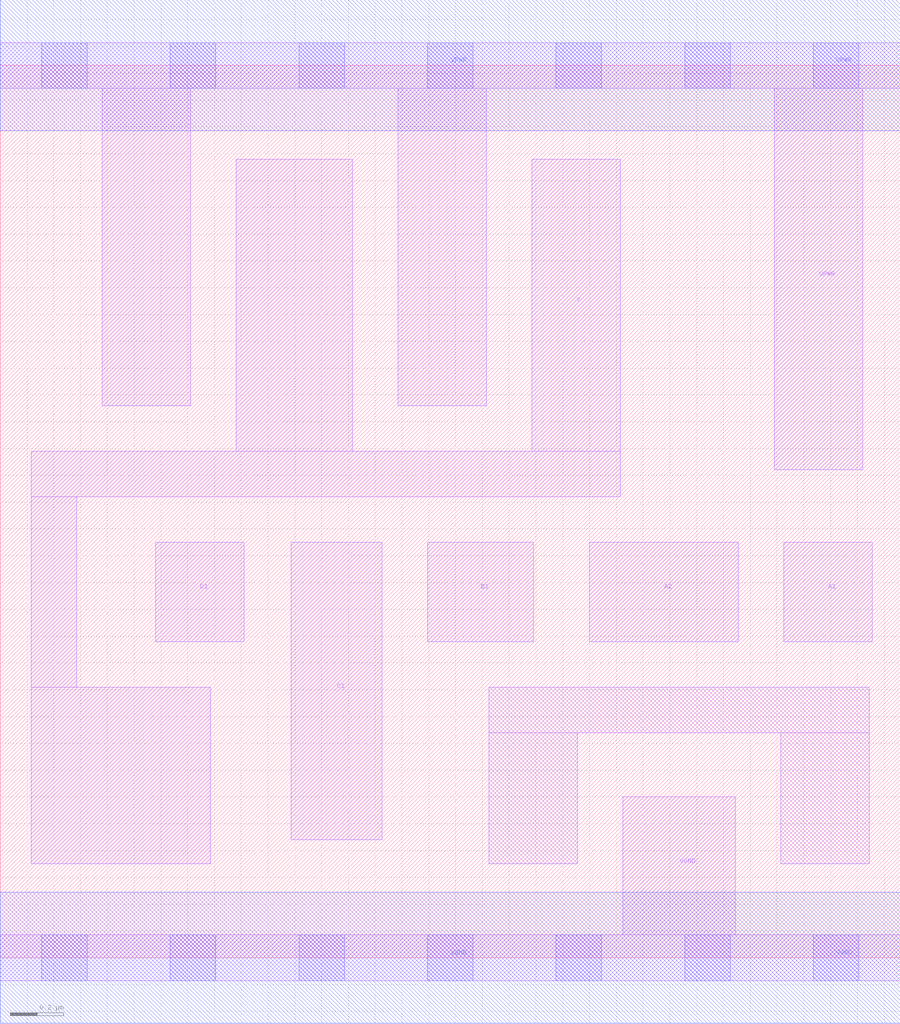
<source format=lef>
# Copyright 2020 The SkyWater PDK Authors
#
# Licensed under the Apache License, Version 2.0 (the "License");
# you may not use this file except in compliance with the License.
# You may obtain a copy of the License at
#
#     https://www.apache.org/licenses/LICENSE-2.0
#
# Unless required by applicable law or agreed to in writing, software
# distributed under the License is distributed on an "AS IS" BASIS,
# WITHOUT WARRANTIES OR CONDITIONS OF ANY KIND, either express or implied.
# See the License for the specific language governing permissions and
# limitations under the License.
#
# SPDX-License-Identifier: Apache-2.0

VERSION 5.7 ;
  NAMESCASESENSITIVE ON ;
  NOWIREEXTENSIONATPIN ON ;
  DIVIDERCHAR "/" ;
  BUSBITCHARS "[]" ;
UNITS
  DATABASE MICRONS 200 ;
END UNITS
MACRO sky130_fd_sc_ls__o2111ai_1
  CLASS CORE ;
  SOURCE USER ;
  FOREIGN sky130_fd_sc_ls__o2111ai_1 ;
  ORIGIN  0.000000  0.000000 ;
  SIZE  3.360000 BY  3.330000 ;
  SYMMETRY X Y ;
  SITE unit ;
  PIN A1
    ANTENNAGATEAREA  0.279000 ;
    DIRECTION INPUT ;
    USE SIGNAL ;
    PORT
      LAYER li1 ;
        RECT 2.925000 1.180000 3.255000 1.550000 ;
    END
  END A1
  PIN A2
    ANTENNAGATEAREA  0.279000 ;
    DIRECTION INPUT ;
    USE SIGNAL ;
    PORT
      LAYER li1 ;
        RECT 2.200000 1.180000 2.755000 1.550000 ;
    END
  END A2
  PIN B1
    ANTENNAGATEAREA  0.279000 ;
    DIRECTION INPUT ;
    USE SIGNAL ;
    PORT
      LAYER li1 ;
        RECT 1.595000 1.180000 1.990000 1.550000 ;
    END
  END B1
  PIN C1
    ANTENNAGATEAREA  0.279000 ;
    DIRECTION INPUT ;
    USE SIGNAL ;
    PORT
      LAYER li1 ;
        RECT 1.085000 0.440000 1.425000 1.550000 ;
    END
  END C1
  PIN D1
    ANTENNAGATEAREA  0.279000 ;
    DIRECTION INPUT ;
    USE SIGNAL ;
    PORT
      LAYER li1 ;
        RECT 0.580000 1.180000 0.910000 1.550000 ;
    END
  END D1
  PIN Y
    ANTENNADIFFAREA  1.162500 ;
    DIRECTION OUTPUT ;
    USE SIGNAL ;
    PORT
      LAYER li1 ;
        RECT 0.115000 0.350000 0.785000 1.010000 ;
        RECT 0.115000 1.010000 0.285000 1.720000 ;
        RECT 0.115000 1.720000 2.315000 1.890000 ;
        RECT 0.880000 1.890000 1.315000 2.980000 ;
        RECT 1.985000 1.890000 2.315000 2.980000 ;
    END
  END Y
  PIN VGND
    DIRECTION INOUT ;
    SHAPE ABUTMENT ;
    USE GROUND ;
    PORT
      LAYER li1 ;
        RECT 0.000000 -0.085000 3.360000 0.085000 ;
        RECT 2.325000  0.085000 2.745000 0.600000 ;
      LAYER mcon ;
        RECT 0.155000 -0.085000 0.325000 0.085000 ;
        RECT 0.635000 -0.085000 0.805000 0.085000 ;
        RECT 1.115000 -0.085000 1.285000 0.085000 ;
        RECT 1.595000 -0.085000 1.765000 0.085000 ;
        RECT 2.075000 -0.085000 2.245000 0.085000 ;
        RECT 2.555000 -0.085000 2.725000 0.085000 ;
        RECT 3.035000 -0.085000 3.205000 0.085000 ;
      LAYER met1 ;
        RECT 0.000000 -0.245000 3.360000 0.245000 ;
    END
  END VGND
  PIN VPWR
    DIRECTION INOUT ;
    SHAPE ABUTMENT ;
    USE POWER ;
    PORT
      LAYER li1 ;
        RECT 0.000000 3.245000 3.360000 3.415000 ;
        RECT 0.380000 2.060000 0.710000 3.245000 ;
        RECT 1.485000 2.060000 1.815000 3.245000 ;
        RECT 2.890000 1.820000 3.220000 3.245000 ;
      LAYER mcon ;
        RECT 0.155000 3.245000 0.325000 3.415000 ;
        RECT 0.635000 3.245000 0.805000 3.415000 ;
        RECT 1.115000 3.245000 1.285000 3.415000 ;
        RECT 1.595000 3.245000 1.765000 3.415000 ;
        RECT 2.075000 3.245000 2.245000 3.415000 ;
        RECT 2.555000 3.245000 2.725000 3.415000 ;
        RECT 3.035000 3.245000 3.205000 3.415000 ;
      LAYER met1 ;
        RECT 0.000000 3.085000 3.360000 3.575000 ;
    END
  END VPWR
  OBS
    LAYER li1 ;
      RECT 1.825000 0.350000 2.155000 0.840000 ;
      RECT 1.825000 0.840000 3.245000 1.010000 ;
      RECT 2.915000 0.350000 3.245000 0.840000 ;
  END
END sky130_fd_sc_ls__o2111ai_1

</source>
